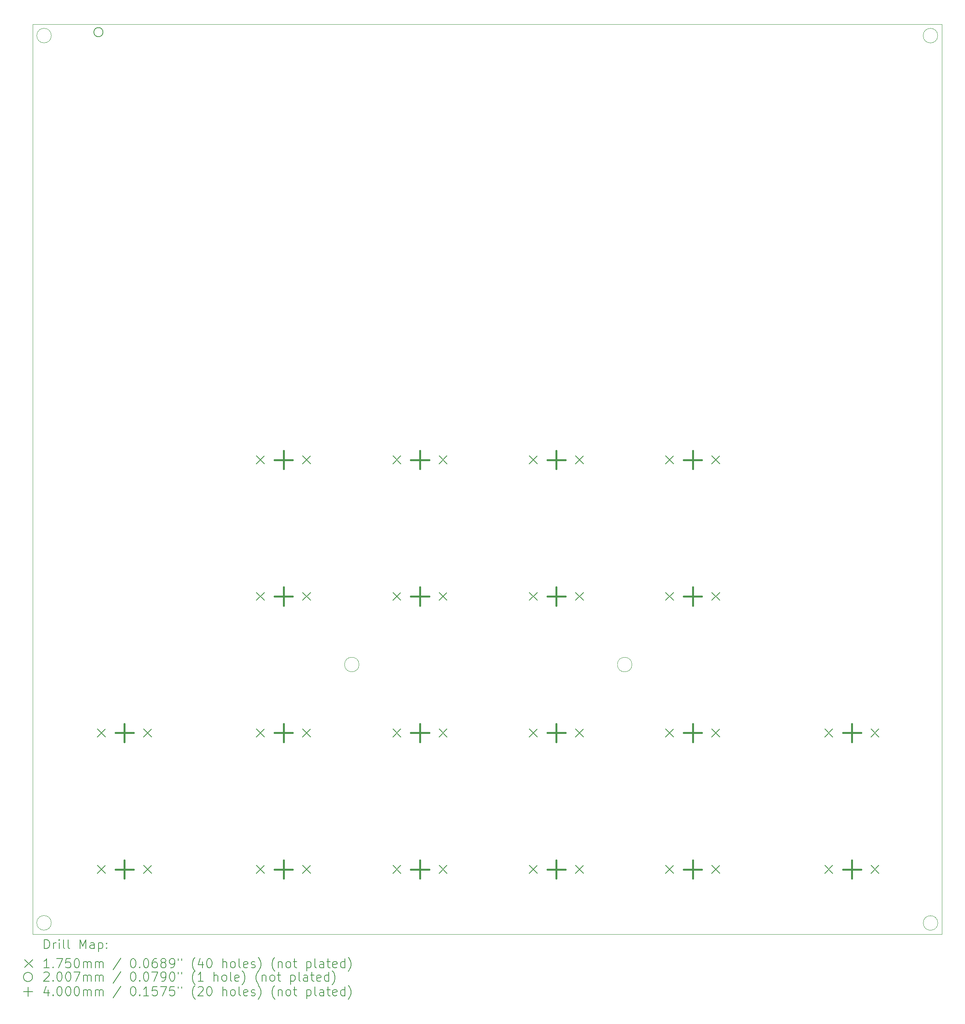
<source format=gbr>
%TF.GenerationSoftware,KiCad,Pcbnew,8.0.4*%
%TF.CreationDate,2024-10-08T15:05:42-04:00*%
%TF.ProjectId,FULL BOARD,46554c4c-2042-44f4-9152-442e6b696361,rev?*%
%TF.SameCoordinates,Original*%
%TF.FileFunction,Drillmap*%
%TF.FilePolarity,Positive*%
%FSLAX45Y45*%
G04 Gerber Fmt 4.5, Leading zero omitted, Abs format (unit mm)*
G04 Created by KiCad (PCBNEW 8.0.4) date 2024-10-08 15:05:42*
%MOMM*%
%LPD*%
G01*
G04 APERTURE LIST*
%ADD10C,0.050000*%
%ADD11C,0.200000*%
%ADD12C,0.175000*%
%ADD13C,0.200660*%
%ADD14C,0.400000*%
G04 APERTURE END LIST*
D10*
X7266160Y-4625140D02*
G75*
G02*
X6946160Y-4625140I-160000J0D01*
G01*
X6946160Y-4625140D02*
G75*
G02*
X7266160Y-4625140I160000J0D01*
G01*
X26763160Y-4626140D02*
G75*
G02*
X26443160Y-4626140I-160000J0D01*
G01*
X26443160Y-4626140D02*
G75*
G02*
X26763160Y-4626140I160000J0D01*
G01*
X26353160Y-4376140D02*
X26853160Y-4376140D01*
X26853160Y-4376140D02*
X26853160Y-4876140D01*
X7265160Y-24124140D02*
G75*
G02*
X6945160Y-24124140I-160000J0D01*
G01*
X6945160Y-24124140D02*
G75*
G02*
X7265160Y-24124140I160000J0D01*
G01*
X26765160Y-24127140D02*
G75*
G02*
X26445160Y-24127140I-160000J0D01*
G01*
X26445160Y-24127140D02*
G75*
G02*
X26765160Y-24127140I160000J0D01*
G01*
X14035160Y-18447140D02*
G75*
G02*
X13715160Y-18447140I-160000J0D01*
G01*
X13715160Y-18447140D02*
G75*
G02*
X14035160Y-18447140I160000J0D01*
G01*
X20037160Y-18448140D02*
G75*
G02*
X19717160Y-18448140I-160000J0D01*
G01*
X19717160Y-18448140D02*
G75*
G02*
X20037160Y-18448140I160000J0D01*
G01*
X6855302Y-4376129D02*
X26855312Y-4376129D01*
X26855312Y-24376140D01*
X6855302Y-24376140D01*
X6855302Y-4376129D01*
D11*
D12*
X8279900Y-19861640D02*
X8454900Y-20036640D01*
X8454900Y-19861640D02*
X8279900Y-20036640D01*
X8279900Y-22861640D02*
X8454900Y-23036640D01*
X8454900Y-22861640D02*
X8279900Y-23036640D01*
X9295900Y-19861640D02*
X9470900Y-20036640D01*
X9470900Y-19861640D02*
X9295900Y-20036640D01*
X9295900Y-22861640D02*
X9470900Y-23036640D01*
X9470900Y-22861640D02*
X9295900Y-23036640D01*
X11779900Y-13861640D02*
X11954900Y-14036640D01*
X11954900Y-13861640D02*
X11779900Y-14036640D01*
X11779900Y-16861640D02*
X11954900Y-17036640D01*
X11954900Y-16861640D02*
X11779900Y-17036640D01*
X11779900Y-19861640D02*
X11954900Y-20036640D01*
X11954900Y-19861640D02*
X11779900Y-20036640D01*
X11779900Y-22861640D02*
X11954900Y-23036640D01*
X11954900Y-22861640D02*
X11779900Y-23036640D01*
X12795900Y-13861640D02*
X12970900Y-14036640D01*
X12970900Y-13861640D02*
X12795900Y-14036640D01*
X12795900Y-16861640D02*
X12970900Y-17036640D01*
X12970900Y-16861640D02*
X12795900Y-17036640D01*
X12795900Y-19861640D02*
X12970900Y-20036640D01*
X12970900Y-19861640D02*
X12795900Y-20036640D01*
X12795900Y-22861640D02*
X12970900Y-23036640D01*
X12970900Y-22861640D02*
X12795900Y-23036640D01*
X14779900Y-13861640D02*
X14954900Y-14036640D01*
X14954900Y-13861640D02*
X14779900Y-14036640D01*
X14779900Y-16861640D02*
X14954900Y-17036640D01*
X14954900Y-16861640D02*
X14779900Y-17036640D01*
X14779900Y-19861640D02*
X14954900Y-20036640D01*
X14954900Y-19861640D02*
X14779900Y-20036640D01*
X14779900Y-22861640D02*
X14954900Y-23036640D01*
X14954900Y-22861640D02*
X14779900Y-23036640D01*
X15795900Y-13861640D02*
X15970900Y-14036640D01*
X15970900Y-13861640D02*
X15795900Y-14036640D01*
X15795900Y-16861640D02*
X15970900Y-17036640D01*
X15970900Y-16861640D02*
X15795900Y-17036640D01*
X15795900Y-19861640D02*
X15970900Y-20036640D01*
X15970900Y-19861640D02*
X15795900Y-20036640D01*
X15795900Y-22861640D02*
X15970900Y-23036640D01*
X15970900Y-22861640D02*
X15795900Y-23036640D01*
X17779900Y-13861640D02*
X17954900Y-14036640D01*
X17954900Y-13861640D02*
X17779900Y-14036640D01*
X17779900Y-16861640D02*
X17954900Y-17036640D01*
X17954900Y-16861640D02*
X17779900Y-17036640D01*
X17779900Y-19861640D02*
X17954900Y-20036640D01*
X17954900Y-19861640D02*
X17779900Y-20036640D01*
X17779900Y-22861640D02*
X17954900Y-23036640D01*
X17954900Y-22861640D02*
X17779900Y-23036640D01*
X18795900Y-13861640D02*
X18970900Y-14036640D01*
X18970900Y-13861640D02*
X18795900Y-14036640D01*
X18795900Y-16861640D02*
X18970900Y-17036640D01*
X18970900Y-16861640D02*
X18795900Y-17036640D01*
X18795900Y-19861640D02*
X18970900Y-20036640D01*
X18970900Y-19861640D02*
X18795900Y-20036640D01*
X18795900Y-22861640D02*
X18970900Y-23036640D01*
X18970900Y-22861640D02*
X18795900Y-23036640D01*
X20779900Y-13861640D02*
X20954900Y-14036640D01*
X20954900Y-13861640D02*
X20779900Y-14036640D01*
X20779900Y-16861640D02*
X20954900Y-17036640D01*
X20954900Y-16861640D02*
X20779900Y-17036640D01*
X20779900Y-19861640D02*
X20954900Y-20036640D01*
X20954900Y-19861640D02*
X20779900Y-20036640D01*
X20779900Y-22861640D02*
X20954900Y-23036640D01*
X20954900Y-22861640D02*
X20779900Y-23036640D01*
X21795900Y-13861640D02*
X21970900Y-14036640D01*
X21970900Y-13861640D02*
X21795900Y-14036640D01*
X21795900Y-16861640D02*
X21970900Y-17036640D01*
X21970900Y-16861640D02*
X21795900Y-17036640D01*
X21795900Y-19861640D02*
X21970900Y-20036640D01*
X21970900Y-19861640D02*
X21795900Y-20036640D01*
X21795900Y-22861640D02*
X21970900Y-23036640D01*
X21970900Y-22861640D02*
X21795900Y-23036640D01*
X24279900Y-19861640D02*
X24454900Y-20036640D01*
X24454900Y-19861640D02*
X24279900Y-20036640D01*
X24279900Y-22861640D02*
X24454900Y-23036640D01*
X24454900Y-22861640D02*
X24279900Y-23036640D01*
X25295900Y-19861640D02*
X25470900Y-20036640D01*
X25470900Y-19861640D02*
X25295900Y-20036640D01*
X25295900Y-22861640D02*
X25470900Y-23036640D01*
X25470900Y-22861640D02*
X25295900Y-23036640D01*
D13*
X8402490Y-4549140D02*
G75*
G02*
X8201830Y-4549140I-100330J0D01*
G01*
X8201830Y-4549140D02*
G75*
G02*
X8402490Y-4549140I100330J0D01*
G01*
D14*
X8875400Y-19749140D02*
X8875400Y-20149140D01*
X8675400Y-19949140D02*
X9075400Y-19949140D01*
X8875400Y-22749140D02*
X8875400Y-23149140D01*
X8675400Y-22949140D02*
X9075400Y-22949140D01*
X12375400Y-13749140D02*
X12375400Y-14149140D01*
X12175400Y-13949140D02*
X12575400Y-13949140D01*
X12375400Y-16749140D02*
X12375400Y-17149140D01*
X12175400Y-16949140D02*
X12575400Y-16949140D01*
X12375400Y-19749140D02*
X12375400Y-20149140D01*
X12175400Y-19949140D02*
X12575400Y-19949140D01*
X12375400Y-22749140D02*
X12375400Y-23149140D01*
X12175400Y-22949140D02*
X12575400Y-22949140D01*
X15375400Y-13749140D02*
X15375400Y-14149140D01*
X15175400Y-13949140D02*
X15575400Y-13949140D01*
X15375400Y-16749140D02*
X15375400Y-17149140D01*
X15175400Y-16949140D02*
X15575400Y-16949140D01*
X15375400Y-19749140D02*
X15375400Y-20149140D01*
X15175400Y-19949140D02*
X15575400Y-19949140D01*
X15375400Y-22749140D02*
X15375400Y-23149140D01*
X15175400Y-22949140D02*
X15575400Y-22949140D01*
X18375400Y-13749140D02*
X18375400Y-14149140D01*
X18175400Y-13949140D02*
X18575400Y-13949140D01*
X18375400Y-16749140D02*
X18375400Y-17149140D01*
X18175400Y-16949140D02*
X18575400Y-16949140D01*
X18375400Y-19749140D02*
X18375400Y-20149140D01*
X18175400Y-19949140D02*
X18575400Y-19949140D01*
X18375400Y-22749140D02*
X18375400Y-23149140D01*
X18175400Y-22949140D02*
X18575400Y-22949140D01*
X21375400Y-13749140D02*
X21375400Y-14149140D01*
X21175400Y-13949140D02*
X21575400Y-13949140D01*
X21375400Y-16749140D02*
X21375400Y-17149140D01*
X21175400Y-16949140D02*
X21575400Y-16949140D01*
X21375400Y-19749140D02*
X21375400Y-20149140D01*
X21175400Y-19949140D02*
X21575400Y-19949140D01*
X21375400Y-22749140D02*
X21375400Y-23149140D01*
X21175400Y-22949140D02*
X21575400Y-22949140D01*
X24875400Y-19749140D02*
X24875400Y-20149140D01*
X24675400Y-19949140D02*
X25075400Y-19949140D01*
X24875400Y-22749140D02*
X24875400Y-23149140D01*
X24675400Y-22949140D02*
X25075400Y-22949140D01*
D11*
X7113578Y-24690124D02*
X7113578Y-24490124D01*
X7113578Y-24490124D02*
X7161197Y-24490124D01*
X7161197Y-24490124D02*
X7189769Y-24499648D01*
X7189769Y-24499648D02*
X7208816Y-24518695D01*
X7208816Y-24518695D02*
X7218340Y-24537743D01*
X7218340Y-24537743D02*
X7227864Y-24575838D01*
X7227864Y-24575838D02*
X7227864Y-24604410D01*
X7227864Y-24604410D02*
X7218340Y-24642505D01*
X7218340Y-24642505D02*
X7208816Y-24661552D01*
X7208816Y-24661552D02*
X7189769Y-24680600D01*
X7189769Y-24680600D02*
X7161197Y-24690124D01*
X7161197Y-24690124D02*
X7113578Y-24690124D01*
X7313578Y-24690124D02*
X7313578Y-24556791D01*
X7313578Y-24594886D02*
X7323102Y-24575838D01*
X7323102Y-24575838D02*
X7332626Y-24566314D01*
X7332626Y-24566314D02*
X7351674Y-24556791D01*
X7351674Y-24556791D02*
X7370721Y-24556791D01*
X7437388Y-24690124D02*
X7437388Y-24556791D01*
X7437388Y-24490124D02*
X7427864Y-24499648D01*
X7427864Y-24499648D02*
X7437388Y-24509172D01*
X7437388Y-24509172D02*
X7446912Y-24499648D01*
X7446912Y-24499648D02*
X7437388Y-24490124D01*
X7437388Y-24490124D02*
X7437388Y-24509172D01*
X7561197Y-24690124D02*
X7542150Y-24680600D01*
X7542150Y-24680600D02*
X7532626Y-24661552D01*
X7532626Y-24661552D02*
X7532626Y-24490124D01*
X7665959Y-24690124D02*
X7646912Y-24680600D01*
X7646912Y-24680600D02*
X7637388Y-24661552D01*
X7637388Y-24661552D02*
X7637388Y-24490124D01*
X7894531Y-24690124D02*
X7894531Y-24490124D01*
X7894531Y-24490124D02*
X7961197Y-24632981D01*
X7961197Y-24632981D02*
X8027864Y-24490124D01*
X8027864Y-24490124D02*
X8027864Y-24690124D01*
X8208816Y-24690124D02*
X8208816Y-24585362D01*
X8208816Y-24585362D02*
X8199293Y-24566314D01*
X8199293Y-24566314D02*
X8180245Y-24556791D01*
X8180245Y-24556791D02*
X8142150Y-24556791D01*
X8142150Y-24556791D02*
X8123102Y-24566314D01*
X8208816Y-24680600D02*
X8189769Y-24690124D01*
X8189769Y-24690124D02*
X8142150Y-24690124D01*
X8142150Y-24690124D02*
X8123102Y-24680600D01*
X8123102Y-24680600D02*
X8113578Y-24661552D01*
X8113578Y-24661552D02*
X8113578Y-24642505D01*
X8113578Y-24642505D02*
X8123102Y-24623457D01*
X8123102Y-24623457D02*
X8142150Y-24613933D01*
X8142150Y-24613933D02*
X8189769Y-24613933D01*
X8189769Y-24613933D02*
X8208816Y-24604410D01*
X8304055Y-24556791D02*
X8304055Y-24756791D01*
X8304055Y-24566314D02*
X8323102Y-24556791D01*
X8323102Y-24556791D02*
X8361197Y-24556791D01*
X8361197Y-24556791D02*
X8380245Y-24566314D01*
X8380245Y-24566314D02*
X8389769Y-24575838D01*
X8389769Y-24575838D02*
X8399293Y-24594886D01*
X8399293Y-24594886D02*
X8399293Y-24652029D01*
X8399293Y-24652029D02*
X8389769Y-24671076D01*
X8389769Y-24671076D02*
X8380245Y-24680600D01*
X8380245Y-24680600D02*
X8361197Y-24690124D01*
X8361197Y-24690124D02*
X8323102Y-24690124D01*
X8323102Y-24690124D02*
X8304055Y-24680600D01*
X8485007Y-24671076D02*
X8494531Y-24680600D01*
X8494531Y-24680600D02*
X8485007Y-24690124D01*
X8485007Y-24690124D02*
X8475483Y-24680600D01*
X8475483Y-24680600D02*
X8485007Y-24671076D01*
X8485007Y-24671076D02*
X8485007Y-24690124D01*
X8485007Y-24566314D02*
X8494531Y-24575838D01*
X8494531Y-24575838D02*
X8485007Y-24585362D01*
X8485007Y-24585362D02*
X8475483Y-24575838D01*
X8475483Y-24575838D02*
X8485007Y-24566314D01*
X8485007Y-24566314D02*
X8485007Y-24585362D01*
D12*
X6677802Y-24931140D02*
X6852802Y-25106140D01*
X6852802Y-24931140D02*
X6677802Y-25106140D01*
D11*
X7218340Y-25110124D02*
X7104055Y-25110124D01*
X7161197Y-25110124D02*
X7161197Y-24910124D01*
X7161197Y-24910124D02*
X7142150Y-24938695D01*
X7142150Y-24938695D02*
X7123102Y-24957743D01*
X7123102Y-24957743D02*
X7104055Y-24967267D01*
X7304055Y-25091076D02*
X7313578Y-25100600D01*
X7313578Y-25100600D02*
X7304055Y-25110124D01*
X7304055Y-25110124D02*
X7294531Y-25100600D01*
X7294531Y-25100600D02*
X7304055Y-25091076D01*
X7304055Y-25091076D02*
X7304055Y-25110124D01*
X7380245Y-24910124D02*
X7513578Y-24910124D01*
X7513578Y-24910124D02*
X7427864Y-25110124D01*
X7685007Y-24910124D02*
X7589769Y-24910124D01*
X7589769Y-24910124D02*
X7580245Y-25005362D01*
X7580245Y-25005362D02*
X7589769Y-24995838D01*
X7589769Y-24995838D02*
X7608816Y-24986314D01*
X7608816Y-24986314D02*
X7656436Y-24986314D01*
X7656436Y-24986314D02*
X7675483Y-24995838D01*
X7675483Y-24995838D02*
X7685007Y-25005362D01*
X7685007Y-25005362D02*
X7694531Y-25024410D01*
X7694531Y-25024410D02*
X7694531Y-25072029D01*
X7694531Y-25072029D02*
X7685007Y-25091076D01*
X7685007Y-25091076D02*
X7675483Y-25100600D01*
X7675483Y-25100600D02*
X7656436Y-25110124D01*
X7656436Y-25110124D02*
X7608816Y-25110124D01*
X7608816Y-25110124D02*
X7589769Y-25100600D01*
X7589769Y-25100600D02*
X7580245Y-25091076D01*
X7818340Y-24910124D02*
X7837388Y-24910124D01*
X7837388Y-24910124D02*
X7856436Y-24919648D01*
X7856436Y-24919648D02*
X7865959Y-24929172D01*
X7865959Y-24929172D02*
X7875483Y-24948219D01*
X7875483Y-24948219D02*
X7885007Y-24986314D01*
X7885007Y-24986314D02*
X7885007Y-25033933D01*
X7885007Y-25033933D02*
X7875483Y-25072029D01*
X7875483Y-25072029D02*
X7865959Y-25091076D01*
X7865959Y-25091076D02*
X7856436Y-25100600D01*
X7856436Y-25100600D02*
X7837388Y-25110124D01*
X7837388Y-25110124D02*
X7818340Y-25110124D01*
X7818340Y-25110124D02*
X7799293Y-25100600D01*
X7799293Y-25100600D02*
X7789769Y-25091076D01*
X7789769Y-25091076D02*
X7780245Y-25072029D01*
X7780245Y-25072029D02*
X7770721Y-25033933D01*
X7770721Y-25033933D02*
X7770721Y-24986314D01*
X7770721Y-24986314D02*
X7780245Y-24948219D01*
X7780245Y-24948219D02*
X7789769Y-24929172D01*
X7789769Y-24929172D02*
X7799293Y-24919648D01*
X7799293Y-24919648D02*
X7818340Y-24910124D01*
X7970721Y-25110124D02*
X7970721Y-24976791D01*
X7970721Y-24995838D02*
X7980245Y-24986314D01*
X7980245Y-24986314D02*
X7999293Y-24976791D01*
X7999293Y-24976791D02*
X8027864Y-24976791D01*
X8027864Y-24976791D02*
X8046912Y-24986314D01*
X8046912Y-24986314D02*
X8056436Y-25005362D01*
X8056436Y-25005362D02*
X8056436Y-25110124D01*
X8056436Y-25005362D02*
X8065959Y-24986314D01*
X8065959Y-24986314D02*
X8085007Y-24976791D01*
X8085007Y-24976791D02*
X8113578Y-24976791D01*
X8113578Y-24976791D02*
X8132626Y-24986314D01*
X8132626Y-24986314D02*
X8142150Y-25005362D01*
X8142150Y-25005362D02*
X8142150Y-25110124D01*
X8237388Y-25110124D02*
X8237388Y-24976791D01*
X8237388Y-24995838D02*
X8246912Y-24986314D01*
X8246912Y-24986314D02*
X8265959Y-24976791D01*
X8265959Y-24976791D02*
X8294531Y-24976791D01*
X8294531Y-24976791D02*
X8313578Y-24986314D01*
X8313578Y-24986314D02*
X8323102Y-25005362D01*
X8323102Y-25005362D02*
X8323102Y-25110124D01*
X8323102Y-25005362D02*
X8332626Y-24986314D01*
X8332626Y-24986314D02*
X8351674Y-24976791D01*
X8351674Y-24976791D02*
X8380245Y-24976791D01*
X8380245Y-24976791D02*
X8399293Y-24986314D01*
X8399293Y-24986314D02*
X8408817Y-25005362D01*
X8408817Y-25005362D02*
X8408817Y-25110124D01*
X8799293Y-24900600D02*
X8627864Y-25157743D01*
X9056436Y-24910124D02*
X9075483Y-24910124D01*
X9075483Y-24910124D02*
X9094531Y-24919648D01*
X9094531Y-24919648D02*
X9104055Y-24929172D01*
X9104055Y-24929172D02*
X9113579Y-24948219D01*
X9113579Y-24948219D02*
X9123102Y-24986314D01*
X9123102Y-24986314D02*
X9123102Y-25033933D01*
X9123102Y-25033933D02*
X9113579Y-25072029D01*
X9113579Y-25072029D02*
X9104055Y-25091076D01*
X9104055Y-25091076D02*
X9094531Y-25100600D01*
X9094531Y-25100600D02*
X9075483Y-25110124D01*
X9075483Y-25110124D02*
X9056436Y-25110124D01*
X9056436Y-25110124D02*
X9037388Y-25100600D01*
X9037388Y-25100600D02*
X9027864Y-25091076D01*
X9027864Y-25091076D02*
X9018341Y-25072029D01*
X9018341Y-25072029D02*
X9008817Y-25033933D01*
X9008817Y-25033933D02*
X9008817Y-24986314D01*
X9008817Y-24986314D02*
X9018341Y-24948219D01*
X9018341Y-24948219D02*
X9027864Y-24929172D01*
X9027864Y-24929172D02*
X9037388Y-24919648D01*
X9037388Y-24919648D02*
X9056436Y-24910124D01*
X9208817Y-25091076D02*
X9218341Y-25100600D01*
X9218341Y-25100600D02*
X9208817Y-25110124D01*
X9208817Y-25110124D02*
X9199293Y-25100600D01*
X9199293Y-25100600D02*
X9208817Y-25091076D01*
X9208817Y-25091076D02*
X9208817Y-25110124D01*
X9342150Y-24910124D02*
X9361198Y-24910124D01*
X9361198Y-24910124D02*
X9380245Y-24919648D01*
X9380245Y-24919648D02*
X9389769Y-24929172D01*
X9389769Y-24929172D02*
X9399293Y-24948219D01*
X9399293Y-24948219D02*
X9408817Y-24986314D01*
X9408817Y-24986314D02*
X9408817Y-25033933D01*
X9408817Y-25033933D02*
X9399293Y-25072029D01*
X9399293Y-25072029D02*
X9389769Y-25091076D01*
X9389769Y-25091076D02*
X9380245Y-25100600D01*
X9380245Y-25100600D02*
X9361198Y-25110124D01*
X9361198Y-25110124D02*
X9342150Y-25110124D01*
X9342150Y-25110124D02*
X9323102Y-25100600D01*
X9323102Y-25100600D02*
X9313579Y-25091076D01*
X9313579Y-25091076D02*
X9304055Y-25072029D01*
X9304055Y-25072029D02*
X9294531Y-25033933D01*
X9294531Y-25033933D02*
X9294531Y-24986314D01*
X9294531Y-24986314D02*
X9304055Y-24948219D01*
X9304055Y-24948219D02*
X9313579Y-24929172D01*
X9313579Y-24929172D02*
X9323102Y-24919648D01*
X9323102Y-24919648D02*
X9342150Y-24910124D01*
X9580245Y-24910124D02*
X9542150Y-24910124D01*
X9542150Y-24910124D02*
X9523102Y-24919648D01*
X9523102Y-24919648D02*
X9513579Y-24929172D01*
X9513579Y-24929172D02*
X9494531Y-24957743D01*
X9494531Y-24957743D02*
X9485007Y-24995838D01*
X9485007Y-24995838D02*
X9485007Y-25072029D01*
X9485007Y-25072029D02*
X9494531Y-25091076D01*
X9494531Y-25091076D02*
X9504055Y-25100600D01*
X9504055Y-25100600D02*
X9523102Y-25110124D01*
X9523102Y-25110124D02*
X9561198Y-25110124D01*
X9561198Y-25110124D02*
X9580245Y-25100600D01*
X9580245Y-25100600D02*
X9589769Y-25091076D01*
X9589769Y-25091076D02*
X9599293Y-25072029D01*
X9599293Y-25072029D02*
X9599293Y-25024410D01*
X9599293Y-25024410D02*
X9589769Y-25005362D01*
X9589769Y-25005362D02*
X9580245Y-24995838D01*
X9580245Y-24995838D02*
X9561198Y-24986314D01*
X9561198Y-24986314D02*
X9523102Y-24986314D01*
X9523102Y-24986314D02*
X9504055Y-24995838D01*
X9504055Y-24995838D02*
X9494531Y-25005362D01*
X9494531Y-25005362D02*
X9485007Y-25024410D01*
X9713579Y-24995838D02*
X9694531Y-24986314D01*
X9694531Y-24986314D02*
X9685007Y-24976791D01*
X9685007Y-24976791D02*
X9675483Y-24957743D01*
X9675483Y-24957743D02*
X9675483Y-24948219D01*
X9675483Y-24948219D02*
X9685007Y-24929172D01*
X9685007Y-24929172D02*
X9694531Y-24919648D01*
X9694531Y-24919648D02*
X9713579Y-24910124D01*
X9713579Y-24910124D02*
X9751674Y-24910124D01*
X9751674Y-24910124D02*
X9770722Y-24919648D01*
X9770722Y-24919648D02*
X9780245Y-24929172D01*
X9780245Y-24929172D02*
X9789769Y-24948219D01*
X9789769Y-24948219D02*
X9789769Y-24957743D01*
X9789769Y-24957743D02*
X9780245Y-24976791D01*
X9780245Y-24976791D02*
X9770722Y-24986314D01*
X9770722Y-24986314D02*
X9751674Y-24995838D01*
X9751674Y-24995838D02*
X9713579Y-24995838D01*
X9713579Y-24995838D02*
X9694531Y-25005362D01*
X9694531Y-25005362D02*
X9685007Y-25014886D01*
X9685007Y-25014886D02*
X9675483Y-25033933D01*
X9675483Y-25033933D02*
X9675483Y-25072029D01*
X9675483Y-25072029D02*
X9685007Y-25091076D01*
X9685007Y-25091076D02*
X9694531Y-25100600D01*
X9694531Y-25100600D02*
X9713579Y-25110124D01*
X9713579Y-25110124D02*
X9751674Y-25110124D01*
X9751674Y-25110124D02*
X9770722Y-25100600D01*
X9770722Y-25100600D02*
X9780245Y-25091076D01*
X9780245Y-25091076D02*
X9789769Y-25072029D01*
X9789769Y-25072029D02*
X9789769Y-25033933D01*
X9789769Y-25033933D02*
X9780245Y-25014886D01*
X9780245Y-25014886D02*
X9770722Y-25005362D01*
X9770722Y-25005362D02*
X9751674Y-24995838D01*
X9885007Y-25110124D02*
X9923102Y-25110124D01*
X9923102Y-25110124D02*
X9942150Y-25100600D01*
X9942150Y-25100600D02*
X9951674Y-25091076D01*
X9951674Y-25091076D02*
X9970722Y-25062505D01*
X9970722Y-25062505D02*
X9980245Y-25024410D01*
X9980245Y-25024410D02*
X9980245Y-24948219D01*
X9980245Y-24948219D02*
X9970722Y-24929172D01*
X9970722Y-24929172D02*
X9961198Y-24919648D01*
X9961198Y-24919648D02*
X9942150Y-24910124D01*
X9942150Y-24910124D02*
X9904055Y-24910124D01*
X9904055Y-24910124D02*
X9885007Y-24919648D01*
X9885007Y-24919648D02*
X9875483Y-24929172D01*
X9875483Y-24929172D02*
X9865960Y-24948219D01*
X9865960Y-24948219D02*
X9865960Y-24995838D01*
X9865960Y-24995838D02*
X9875483Y-25014886D01*
X9875483Y-25014886D02*
X9885007Y-25024410D01*
X9885007Y-25024410D02*
X9904055Y-25033933D01*
X9904055Y-25033933D02*
X9942150Y-25033933D01*
X9942150Y-25033933D02*
X9961198Y-25024410D01*
X9961198Y-25024410D02*
X9970722Y-25014886D01*
X9970722Y-25014886D02*
X9980245Y-24995838D01*
X10056436Y-24910124D02*
X10056436Y-24948219D01*
X10132626Y-24910124D02*
X10132626Y-24948219D01*
X10427865Y-25186314D02*
X10418341Y-25176791D01*
X10418341Y-25176791D02*
X10399293Y-25148219D01*
X10399293Y-25148219D02*
X10389769Y-25129172D01*
X10389769Y-25129172D02*
X10380245Y-25100600D01*
X10380245Y-25100600D02*
X10370722Y-25052981D01*
X10370722Y-25052981D02*
X10370722Y-25014886D01*
X10370722Y-25014886D02*
X10380245Y-24967267D01*
X10380245Y-24967267D02*
X10389769Y-24938695D01*
X10389769Y-24938695D02*
X10399293Y-24919648D01*
X10399293Y-24919648D02*
X10418341Y-24891076D01*
X10418341Y-24891076D02*
X10427865Y-24881552D01*
X10589769Y-24976791D02*
X10589769Y-25110124D01*
X10542150Y-24900600D02*
X10494531Y-25043457D01*
X10494531Y-25043457D02*
X10618341Y-25043457D01*
X10732626Y-24910124D02*
X10751674Y-24910124D01*
X10751674Y-24910124D02*
X10770722Y-24919648D01*
X10770722Y-24919648D02*
X10780245Y-24929172D01*
X10780245Y-24929172D02*
X10789769Y-24948219D01*
X10789769Y-24948219D02*
X10799293Y-24986314D01*
X10799293Y-24986314D02*
X10799293Y-25033933D01*
X10799293Y-25033933D02*
X10789769Y-25072029D01*
X10789769Y-25072029D02*
X10780245Y-25091076D01*
X10780245Y-25091076D02*
X10770722Y-25100600D01*
X10770722Y-25100600D02*
X10751674Y-25110124D01*
X10751674Y-25110124D02*
X10732626Y-25110124D01*
X10732626Y-25110124D02*
X10713579Y-25100600D01*
X10713579Y-25100600D02*
X10704055Y-25091076D01*
X10704055Y-25091076D02*
X10694531Y-25072029D01*
X10694531Y-25072029D02*
X10685007Y-25033933D01*
X10685007Y-25033933D02*
X10685007Y-24986314D01*
X10685007Y-24986314D02*
X10694531Y-24948219D01*
X10694531Y-24948219D02*
X10704055Y-24929172D01*
X10704055Y-24929172D02*
X10713579Y-24919648D01*
X10713579Y-24919648D02*
X10732626Y-24910124D01*
X11037388Y-25110124D02*
X11037388Y-24910124D01*
X11123103Y-25110124D02*
X11123103Y-25005362D01*
X11123103Y-25005362D02*
X11113579Y-24986314D01*
X11113579Y-24986314D02*
X11094531Y-24976791D01*
X11094531Y-24976791D02*
X11065960Y-24976791D01*
X11065960Y-24976791D02*
X11046912Y-24986314D01*
X11046912Y-24986314D02*
X11037388Y-24995838D01*
X11246912Y-25110124D02*
X11227864Y-25100600D01*
X11227864Y-25100600D02*
X11218341Y-25091076D01*
X11218341Y-25091076D02*
X11208817Y-25072029D01*
X11208817Y-25072029D02*
X11208817Y-25014886D01*
X11208817Y-25014886D02*
X11218341Y-24995838D01*
X11218341Y-24995838D02*
X11227864Y-24986314D01*
X11227864Y-24986314D02*
X11246912Y-24976791D01*
X11246912Y-24976791D02*
X11275484Y-24976791D01*
X11275484Y-24976791D02*
X11294531Y-24986314D01*
X11294531Y-24986314D02*
X11304055Y-24995838D01*
X11304055Y-24995838D02*
X11313579Y-25014886D01*
X11313579Y-25014886D02*
X11313579Y-25072029D01*
X11313579Y-25072029D02*
X11304055Y-25091076D01*
X11304055Y-25091076D02*
X11294531Y-25100600D01*
X11294531Y-25100600D02*
X11275484Y-25110124D01*
X11275484Y-25110124D02*
X11246912Y-25110124D01*
X11427864Y-25110124D02*
X11408817Y-25100600D01*
X11408817Y-25100600D02*
X11399293Y-25081552D01*
X11399293Y-25081552D02*
X11399293Y-24910124D01*
X11580245Y-25100600D02*
X11561198Y-25110124D01*
X11561198Y-25110124D02*
X11523103Y-25110124D01*
X11523103Y-25110124D02*
X11504055Y-25100600D01*
X11504055Y-25100600D02*
X11494531Y-25081552D01*
X11494531Y-25081552D02*
X11494531Y-25005362D01*
X11494531Y-25005362D02*
X11504055Y-24986314D01*
X11504055Y-24986314D02*
X11523103Y-24976791D01*
X11523103Y-24976791D02*
X11561198Y-24976791D01*
X11561198Y-24976791D02*
X11580245Y-24986314D01*
X11580245Y-24986314D02*
X11589769Y-25005362D01*
X11589769Y-25005362D02*
X11589769Y-25024410D01*
X11589769Y-25024410D02*
X11494531Y-25043457D01*
X11665960Y-25100600D02*
X11685007Y-25110124D01*
X11685007Y-25110124D02*
X11723103Y-25110124D01*
X11723103Y-25110124D02*
X11742150Y-25100600D01*
X11742150Y-25100600D02*
X11751674Y-25081552D01*
X11751674Y-25081552D02*
X11751674Y-25072029D01*
X11751674Y-25072029D02*
X11742150Y-25052981D01*
X11742150Y-25052981D02*
X11723103Y-25043457D01*
X11723103Y-25043457D02*
X11694531Y-25043457D01*
X11694531Y-25043457D02*
X11675484Y-25033933D01*
X11675484Y-25033933D02*
X11665960Y-25014886D01*
X11665960Y-25014886D02*
X11665960Y-25005362D01*
X11665960Y-25005362D02*
X11675484Y-24986314D01*
X11675484Y-24986314D02*
X11694531Y-24976791D01*
X11694531Y-24976791D02*
X11723103Y-24976791D01*
X11723103Y-24976791D02*
X11742150Y-24986314D01*
X11818341Y-25186314D02*
X11827865Y-25176791D01*
X11827865Y-25176791D02*
X11846912Y-25148219D01*
X11846912Y-25148219D02*
X11856436Y-25129172D01*
X11856436Y-25129172D02*
X11865960Y-25100600D01*
X11865960Y-25100600D02*
X11875484Y-25052981D01*
X11875484Y-25052981D02*
X11875484Y-25014886D01*
X11875484Y-25014886D02*
X11865960Y-24967267D01*
X11865960Y-24967267D02*
X11856436Y-24938695D01*
X11856436Y-24938695D02*
X11846912Y-24919648D01*
X11846912Y-24919648D02*
X11827865Y-24891076D01*
X11827865Y-24891076D02*
X11818341Y-24881552D01*
X12180246Y-25186314D02*
X12170722Y-25176791D01*
X12170722Y-25176791D02*
X12151674Y-25148219D01*
X12151674Y-25148219D02*
X12142150Y-25129172D01*
X12142150Y-25129172D02*
X12132626Y-25100600D01*
X12132626Y-25100600D02*
X12123103Y-25052981D01*
X12123103Y-25052981D02*
X12123103Y-25014886D01*
X12123103Y-25014886D02*
X12132626Y-24967267D01*
X12132626Y-24967267D02*
X12142150Y-24938695D01*
X12142150Y-24938695D02*
X12151674Y-24919648D01*
X12151674Y-24919648D02*
X12170722Y-24891076D01*
X12170722Y-24891076D02*
X12180246Y-24881552D01*
X12256436Y-24976791D02*
X12256436Y-25110124D01*
X12256436Y-24995838D02*
X12265960Y-24986314D01*
X12265960Y-24986314D02*
X12285007Y-24976791D01*
X12285007Y-24976791D02*
X12313579Y-24976791D01*
X12313579Y-24976791D02*
X12332626Y-24986314D01*
X12332626Y-24986314D02*
X12342150Y-25005362D01*
X12342150Y-25005362D02*
X12342150Y-25110124D01*
X12465960Y-25110124D02*
X12446912Y-25100600D01*
X12446912Y-25100600D02*
X12437388Y-25091076D01*
X12437388Y-25091076D02*
X12427865Y-25072029D01*
X12427865Y-25072029D02*
X12427865Y-25014886D01*
X12427865Y-25014886D02*
X12437388Y-24995838D01*
X12437388Y-24995838D02*
X12446912Y-24986314D01*
X12446912Y-24986314D02*
X12465960Y-24976791D01*
X12465960Y-24976791D02*
X12494531Y-24976791D01*
X12494531Y-24976791D02*
X12513579Y-24986314D01*
X12513579Y-24986314D02*
X12523103Y-24995838D01*
X12523103Y-24995838D02*
X12532626Y-25014886D01*
X12532626Y-25014886D02*
X12532626Y-25072029D01*
X12532626Y-25072029D02*
X12523103Y-25091076D01*
X12523103Y-25091076D02*
X12513579Y-25100600D01*
X12513579Y-25100600D02*
X12494531Y-25110124D01*
X12494531Y-25110124D02*
X12465960Y-25110124D01*
X12589769Y-24976791D02*
X12665960Y-24976791D01*
X12618341Y-24910124D02*
X12618341Y-25081552D01*
X12618341Y-25081552D02*
X12627865Y-25100600D01*
X12627865Y-25100600D02*
X12646912Y-25110124D01*
X12646912Y-25110124D02*
X12665960Y-25110124D01*
X12885007Y-24976791D02*
X12885007Y-25176791D01*
X12885007Y-24986314D02*
X12904055Y-24976791D01*
X12904055Y-24976791D02*
X12942150Y-24976791D01*
X12942150Y-24976791D02*
X12961198Y-24986314D01*
X12961198Y-24986314D02*
X12970722Y-24995838D01*
X12970722Y-24995838D02*
X12980246Y-25014886D01*
X12980246Y-25014886D02*
X12980246Y-25072029D01*
X12980246Y-25072029D02*
X12970722Y-25091076D01*
X12970722Y-25091076D02*
X12961198Y-25100600D01*
X12961198Y-25100600D02*
X12942150Y-25110124D01*
X12942150Y-25110124D02*
X12904055Y-25110124D01*
X12904055Y-25110124D02*
X12885007Y-25100600D01*
X13094531Y-25110124D02*
X13075484Y-25100600D01*
X13075484Y-25100600D02*
X13065960Y-25081552D01*
X13065960Y-25081552D02*
X13065960Y-24910124D01*
X13256436Y-25110124D02*
X13256436Y-25005362D01*
X13256436Y-25005362D02*
X13246912Y-24986314D01*
X13246912Y-24986314D02*
X13227865Y-24976791D01*
X13227865Y-24976791D02*
X13189769Y-24976791D01*
X13189769Y-24976791D02*
X13170722Y-24986314D01*
X13256436Y-25100600D02*
X13237388Y-25110124D01*
X13237388Y-25110124D02*
X13189769Y-25110124D01*
X13189769Y-25110124D02*
X13170722Y-25100600D01*
X13170722Y-25100600D02*
X13161198Y-25081552D01*
X13161198Y-25081552D02*
X13161198Y-25062505D01*
X13161198Y-25062505D02*
X13170722Y-25043457D01*
X13170722Y-25043457D02*
X13189769Y-25033933D01*
X13189769Y-25033933D02*
X13237388Y-25033933D01*
X13237388Y-25033933D02*
X13256436Y-25024410D01*
X13323103Y-24976791D02*
X13399293Y-24976791D01*
X13351674Y-24910124D02*
X13351674Y-25081552D01*
X13351674Y-25081552D02*
X13361198Y-25100600D01*
X13361198Y-25100600D02*
X13380246Y-25110124D01*
X13380246Y-25110124D02*
X13399293Y-25110124D01*
X13542150Y-25100600D02*
X13523103Y-25110124D01*
X13523103Y-25110124D02*
X13485007Y-25110124D01*
X13485007Y-25110124D02*
X13465960Y-25100600D01*
X13465960Y-25100600D02*
X13456436Y-25081552D01*
X13456436Y-25081552D02*
X13456436Y-25005362D01*
X13456436Y-25005362D02*
X13465960Y-24986314D01*
X13465960Y-24986314D02*
X13485007Y-24976791D01*
X13485007Y-24976791D02*
X13523103Y-24976791D01*
X13523103Y-24976791D02*
X13542150Y-24986314D01*
X13542150Y-24986314D02*
X13551674Y-25005362D01*
X13551674Y-25005362D02*
X13551674Y-25024410D01*
X13551674Y-25024410D02*
X13456436Y-25043457D01*
X13723103Y-25110124D02*
X13723103Y-24910124D01*
X13723103Y-25100600D02*
X13704055Y-25110124D01*
X13704055Y-25110124D02*
X13665960Y-25110124D01*
X13665960Y-25110124D02*
X13646912Y-25100600D01*
X13646912Y-25100600D02*
X13637388Y-25091076D01*
X13637388Y-25091076D02*
X13627865Y-25072029D01*
X13627865Y-25072029D02*
X13627865Y-25014886D01*
X13627865Y-25014886D02*
X13637388Y-24995838D01*
X13637388Y-24995838D02*
X13646912Y-24986314D01*
X13646912Y-24986314D02*
X13665960Y-24976791D01*
X13665960Y-24976791D02*
X13704055Y-24976791D01*
X13704055Y-24976791D02*
X13723103Y-24986314D01*
X13799293Y-25186314D02*
X13808817Y-25176791D01*
X13808817Y-25176791D02*
X13827865Y-25148219D01*
X13827865Y-25148219D02*
X13837388Y-25129172D01*
X13837388Y-25129172D02*
X13846912Y-25100600D01*
X13846912Y-25100600D02*
X13856436Y-25052981D01*
X13856436Y-25052981D02*
X13856436Y-25014886D01*
X13856436Y-25014886D02*
X13846912Y-24967267D01*
X13846912Y-24967267D02*
X13837388Y-24938695D01*
X13837388Y-24938695D02*
X13827865Y-24919648D01*
X13827865Y-24919648D02*
X13808817Y-24891076D01*
X13808817Y-24891076D02*
X13799293Y-24881552D01*
X6852802Y-25313640D02*
G75*
G02*
X6652802Y-25313640I-100000J0D01*
G01*
X6652802Y-25313640D02*
G75*
G02*
X6852802Y-25313640I100000J0D01*
G01*
X7104055Y-25224172D02*
X7113578Y-25214648D01*
X7113578Y-25214648D02*
X7132626Y-25205124D01*
X7132626Y-25205124D02*
X7180245Y-25205124D01*
X7180245Y-25205124D02*
X7199293Y-25214648D01*
X7199293Y-25214648D02*
X7208816Y-25224172D01*
X7208816Y-25224172D02*
X7218340Y-25243219D01*
X7218340Y-25243219D02*
X7218340Y-25262267D01*
X7218340Y-25262267D02*
X7208816Y-25290838D01*
X7208816Y-25290838D02*
X7094531Y-25405124D01*
X7094531Y-25405124D02*
X7218340Y-25405124D01*
X7304055Y-25386076D02*
X7313578Y-25395600D01*
X7313578Y-25395600D02*
X7304055Y-25405124D01*
X7304055Y-25405124D02*
X7294531Y-25395600D01*
X7294531Y-25395600D02*
X7304055Y-25386076D01*
X7304055Y-25386076D02*
X7304055Y-25405124D01*
X7437388Y-25205124D02*
X7456436Y-25205124D01*
X7456436Y-25205124D02*
X7475483Y-25214648D01*
X7475483Y-25214648D02*
X7485007Y-25224172D01*
X7485007Y-25224172D02*
X7494531Y-25243219D01*
X7494531Y-25243219D02*
X7504055Y-25281314D01*
X7504055Y-25281314D02*
X7504055Y-25328933D01*
X7504055Y-25328933D02*
X7494531Y-25367029D01*
X7494531Y-25367029D02*
X7485007Y-25386076D01*
X7485007Y-25386076D02*
X7475483Y-25395600D01*
X7475483Y-25395600D02*
X7456436Y-25405124D01*
X7456436Y-25405124D02*
X7437388Y-25405124D01*
X7437388Y-25405124D02*
X7418340Y-25395600D01*
X7418340Y-25395600D02*
X7408816Y-25386076D01*
X7408816Y-25386076D02*
X7399293Y-25367029D01*
X7399293Y-25367029D02*
X7389769Y-25328933D01*
X7389769Y-25328933D02*
X7389769Y-25281314D01*
X7389769Y-25281314D02*
X7399293Y-25243219D01*
X7399293Y-25243219D02*
X7408816Y-25224172D01*
X7408816Y-25224172D02*
X7418340Y-25214648D01*
X7418340Y-25214648D02*
X7437388Y-25205124D01*
X7627864Y-25205124D02*
X7646912Y-25205124D01*
X7646912Y-25205124D02*
X7665959Y-25214648D01*
X7665959Y-25214648D02*
X7675483Y-25224172D01*
X7675483Y-25224172D02*
X7685007Y-25243219D01*
X7685007Y-25243219D02*
X7694531Y-25281314D01*
X7694531Y-25281314D02*
X7694531Y-25328933D01*
X7694531Y-25328933D02*
X7685007Y-25367029D01*
X7685007Y-25367029D02*
X7675483Y-25386076D01*
X7675483Y-25386076D02*
X7665959Y-25395600D01*
X7665959Y-25395600D02*
X7646912Y-25405124D01*
X7646912Y-25405124D02*
X7627864Y-25405124D01*
X7627864Y-25405124D02*
X7608816Y-25395600D01*
X7608816Y-25395600D02*
X7599293Y-25386076D01*
X7599293Y-25386076D02*
X7589769Y-25367029D01*
X7589769Y-25367029D02*
X7580245Y-25328933D01*
X7580245Y-25328933D02*
X7580245Y-25281314D01*
X7580245Y-25281314D02*
X7589769Y-25243219D01*
X7589769Y-25243219D02*
X7599293Y-25224172D01*
X7599293Y-25224172D02*
X7608816Y-25214648D01*
X7608816Y-25214648D02*
X7627864Y-25205124D01*
X7761197Y-25205124D02*
X7894531Y-25205124D01*
X7894531Y-25205124D02*
X7808816Y-25405124D01*
X7970721Y-25405124D02*
X7970721Y-25271791D01*
X7970721Y-25290838D02*
X7980245Y-25281314D01*
X7980245Y-25281314D02*
X7999293Y-25271791D01*
X7999293Y-25271791D02*
X8027864Y-25271791D01*
X8027864Y-25271791D02*
X8046912Y-25281314D01*
X8046912Y-25281314D02*
X8056436Y-25300362D01*
X8056436Y-25300362D02*
X8056436Y-25405124D01*
X8056436Y-25300362D02*
X8065959Y-25281314D01*
X8065959Y-25281314D02*
X8085007Y-25271791D01*
X8085007Y-25271791D02*
X8113578Y-25271791D01*
X8113578Y-25271791D02*
X8132626Y-25281314D01*
X8132626Y-25281314D02*
X8142150Y-25300362D01*
X8142150Y-25300362D02*
X8142150Y-25405124D01*
X8237388Y-25405124D02*
X8237388Y-25271791D01*
X8237388Y-25290838D02*
X8246912Y-25281314D01*
X8246912Y-25281314D02*
X8265959Y-25271791D01*
X8265959Y-25271791D02*
X8294531Y-25271791D01*
X8294531Y-25271791D02*
X8313578Y-25281314D01*
X8313578Y-25281314D02*
X8323102Y-25300362D01*
X8323102Y-25300362D02*
X8323102Y-25405124D01*
X8323102Y-25300362D02*
X8332626Y-25281314D01*
X8332626Y-25281314D02*
X8351674Y-25271791D01*
X8351674Y-25271791D02*
X8380245Y-25271791D01*
X8380245Y-25271791D02*
X8399293Y-25281314D01*
X8399293Y-25281314D02*
X8408817Y-25300362D01*
X8408817Y-25300362D02*
X8408817Y-25405124D01*
X8799293Y-25195600D02*
X8627864Y-25452743D01*
X9056436Y-25205124D02*
X9075483Y-25205124D01*
X9075483Y-25205124D02*
X9094531Y-25214648D01*
X9094531Y-25214648D02*
X9104055Y-25224172D01*
X9104055Y-25224172D02*
X9113579Y-25243219D01*
X9113579Y-25243219D02*
X9123102Y-25281314D01*
X9123102Y-25281314D02*
X9123102Y-25328933D01*
X9123102Y-25328933D02*
X9113579Y-25367029D01*
X9113579Y-25367029D02*
X9104055Y-25386076D01*
X9104055Y-25386076D02*
X9094531Y-25395600D01*
X9094531Y-25395600D02*
X9075483Y-25405124D01*
X9075483Y-25405124D02*
X9056436Y-25405124D01*
X9056436Y-25405124D02*
X9037388Y-25395600D01*
X9037388Y-25395600D02*
X9027864Y-25386076D01*
X9027864Y-25386076D02*
X9018341Y-25367029D01*
X9018341Y-25367029D02*
X9008817Y-25328933D01*
X9008817Y-25328933D02*
X9008817Y-25281314D01*
X9008817Y-25281314D02*
X9018341Y-25243219D01*
X9018341Y-25243219D02*
X9027864Y-25224172D01*
X9027864Y-25224172D02*
X9037388Y-25214648D01*
X9037388Y-25214648D02*
X9056436Y-25205124D01*
X9208817Y-25386076D02*
X9218341Y-25395600D01*
X9218341Y-25395600D02*
X9208817Y-25405124D01*
X9208817Y-25405124D02*
X9199293Y-25395600D01*
X9199293Y-25395600D02*
X9208817Y-25386076D01*
X9208817Y-25386076D02*
X9208817Y-25405124D01*
X9342150Y-25205124D02*
X9361198Y-25205124D01*
X9361198Y-25205124D02*
X9380245Y-25214648D01*
X9380245Y-25214648D02*
X9389769Y-25224172D01*
X9389769Y-25224172D02*
X9399293Y-25243219D01*
X9399293Y-25243219D02*
X9408817Y-25281314D01*
X9408817Y-25281314D02*
X9408817Y-25328933D01*
X9408817Y-25328933D02*
X9399293Y-25367029D01*
X9399293Y-25367029D02*
X9389769Y-25386076D01*
X9389769Y-25386076D02*
X9380245Y-25395600D01*
X9380245Y-25395600D02*
X9361198Y-25405124D01*
X9361198Y-25405124D02*
X9342150Y-25405124D01*
X9342150Y-25405124D02*
X9323102Y-25395600D01*
X9323102Y-25395600D02*
X9313579Y-25386076D01*
X9313579Y-25386076D02*
X9304055Y-25367029D01*
X9304055Y-25367029D02*
X9294531Y-25328933D01*
X9294531Y-25328933D02*
X9294531Y-25281314D01*
X9294531Y-25281314D02*
X9304055Y-25243219D01*
X9304055Y-25243219D02*
X9313579Y-25224172D01*
X9313579Y-25224172D02*
X9323102Y-25214648D01*
X9323102Y-25214648D02*
X9342150Y-25205124D01*
X9475483Y-25205124D02*
X9608817Y-25205124D01*
X9608817Y-25205124D02*
X9523102Y-25405124D01*
X9694531Y-25405124D02*
X9732626Y-25405124D01*
X9732626Y-25405124D02*
X9751674Y-25395600D01*
X9751674Y-25395600D02*
X9761198Y-25386076D01*
X9761198Y-25386076D02*
X9780245Y-25357505D01*
X9780245Y-25357505D02*
X9789769Y-25319410D01*
X9789769Y-25319410D02*
X9789769Y-25243219D01*
X9789769Y-25243219D02*
X9780245Y-25224172D01*
X9780245Y-25224172D02*
X9770722Y-25214648D01*
X9770722Y-25214648D02*
X9751674Y-25205124D01*
X9751674Y-25205124D02*
X9713579Y-25205124D01*
X9713579Y-25205124D02*
X9694531Y-25214648D01*
X9694531Y-25214648D02*
X9685007Y-25224172D01*
X9685007Y-25224172D02*
X9675483Y-25243219D01*
X9675483Y-25243219D02*
X9675483Y-25290838D01*
X9675483Y-25290838D02*
X9685007Y-25309886D01*
X9685007Y-25309886D02*
X9694531Y-25319410D01*
X9694531Y-25319410D02*
X9713579Y-25328933D01*
X9713579Y-25328933D02*
X9751674Y-25328933D01*
X9751674Y-25328933D02*
X9770722Y-25319410D01*
X9770722Y-25319410D02*
X9780245Y-25309886D01*
X9780245Y-25309886D02*
X9789769Y-25290838D01*
X9913579Y-25205124D02*
X9932626Y-25205124D01*
X9932626Y-25205124D02*
X9951674Y-25214648D01*
X9951674Y-25214648D02*
X9961198Y-25224172D01*
X9961198Y-25224172D02*
X9970722Y-25243219D01*
X9970722Y-25243219D02*
X9980245Y-25281314D01*
X9980245Y-25281314D02*
X9980245Y-25328933D01*
X9980245Y-25328933D02*
X9970722Y-25367029D01*
X9970722Y-25367029D02*
X9961198Y-25386076D01*
X9961198Y-25386076D02*
X9951674Y-25395600D01*
X9951674Y-25395600D02*
X9932626Y-25405124D01*
X9932626Y-25405124D02*
X9913579Y-25405124D01*
X9913579Y-25405124D02*
X9894531Y-25395600D01*
X9894531Y-25395600D02*
X9885007Y-25386076D01*
X9885007Y-25386076D02*
X9875483Y-25367029D01*
X9875483Y-25367029D02*
X9865960Y-25328933D01*
X9865960Y-25328933D02*
X9865960Y-25281314D01*
X9865960Y-25281314D02*
X9875483Y-25243219D01*
X9875483Y-25243219D02*
X9885007Y-25224172D01*
X9885007Y-25224172D02*
X9894531Y-25214648D01*
X9894531Y-25214648D02*
X9913579Y-25205124D01*
X10056436Y-25205124D02*
X10056436Y-25243219D01*
X10132626Y-25205124D02*
X10132626Y-25243219D01*
X10427865Y-25481314D02*
X10418341Y-25471791D01*
X10418341Y-25471791D02*
X10399293Y-25443219D01*
X10399293Y-25443219D02*
X10389769Y-25424172D01*
X10389769Y-25424172D02*
X10380245Y-25395600D01*
X10380245Y-25395600D02*
X10370722Y-25347981D01*
X10370722Y-25347981D02*
X10370722Y-25309886D01*
X10370722Y-25309886D02*
X10380245Y-25262267D01*
X10380245Y-25262267D02*
X10389769Y-25233695D01*
X10389769Y-25233695D02*
X10399293Y-25214648D01*
X10399293Y-25214648D02*
X10418341Y-25186076D01*
X10418341Y-25186076D02*
X10427865Y-25176552D01*
X10608817Y-25405124D02*
X10494531Y-25405124D01*
X10551674Y-25405124D02*
X10551674Y-25205124D01*
X10551674Y-25205124D02*
X10532626Y-25233695D01*
X10532626Y-25233695D02*
X10513579Y-25252743D01*
X10513579Y-25252743D02*
X10494531Y-25262267D01*
X10846912Y-25405124D02*
X10846912Y-25205124D01*
X10932626Y-25405124D02*
X10932626Y-25300362D01*
X10932626Y-25300362D02*
X10923103Y-25281314D01*
X10923103Y-25281314D02*
X10904055Y-25271791D01*
X10904055Y-25271791D02*
X10875484Y-25271791D01*
X10875484Y-25271791D02*
X10856436Y-25281314D01*
X10856436Y-25281314D02*
X10846912Y-25290838D01*
X11056436Y-25405124D02*
X11037388Y-25395600D01*
X11037388Y-25395600D02*
X11027865Y-25386076D01*
X11027865Y-25386076D02*
X11018341Y-25367029D01*
X11018341Y-25367029D02*
X11018341Y-25309886D01*
X11018341Y-25309886D02*
X11027865Y-25290838D01*
X11027865Y-25290838D02*
X11037388Y-25281314D01*
X11037388Y-25281314D02*
X11056436Y-25271791D01*
X11056436Y-25271791D02*
X11085007Y-25271791D01*
X11085007Y-25271791D02*
X11104055Y-25281314D01*
X11104055Y-25281314D02*
X11113579Y-25290838D01*
X11113579Y-25290838D02*
X11123103Y-25309886D01*
X11123103Y-25309886D02*
X11123103Y-25367029D01*
X11123103Y-25367029D02*
X11113579Y-25386076D01*
X11113579Y-25386076D02*
X11104055Y-25395600D01*
X11104055Y-25395600D02*
X11085007Y-25405124D01*
X11085007Y-25405124D02*
X11056436Y-25405124D01*
X11237388Y-25405124D02*
X11218341Y-25395600D01*
X11218341Y-25395600D02*
X11208817Y-25376552D01*
X11208817Y-25376552D02*
X11208817Y-25205124D01*
X11389769Y-25395600D02*
X11370722Y-25405124D01*
X11370722Y-25405124D02*
X11332626Y-25405124D01*
X11332626Y-25405124D02*
X11313579Y-25395600D01*
X11313579Y-25395600D02*
X11304055Y-25376552D01*
X11304055Y-25376552D02*
X11304055Y-25300362D01*
X11304055Y-25300362D02*
X11313579Y-25281314D01*
X11313579Y-25281314D02*
X11332626Y-25271791D01*
X11332626Y-25271791D02*
X11370722Y-25271791D01*
X11370722Y-25271791D02*
X11389769Y-25281314D01*
X11389769Y-25281314D02*
X11399293Y-25300362D01*
X11399293Y-25300362D02*
X11399293Y-25319410D01*
X11399293Y-25319410D02*
X11304055Y-25338457D01*
X11465960Y-25481314D02*
X11475484Y-25471791D01*
X11475484Y-25471791D02*
X11494531Y-25443219D01*
X11494531Y-25443219D02*
X11504055Y-25424172D01*
X11504055Y-25424172D02*
X11513579Y-25395600D01*
X11513579Y-25395600D02*
X11523103Y-25347981D01*
X11523103Y-25347981D02*
X11523103Y-25309886D01*
X11523103Y-25309886D02*
X11513579Y-25262267D01*
X11513579Y-25262267D02*
X11504055Y-25233695D01*
X11504055Y-25233695D02*
X11494531Y-25214648D01*
X11494531Y-25214648D02*
X11475484Y-25186076D01*
X11475484Y-25186076D02*
X11465960Y-25176552D01*
X11827865Y-25481314D02*
X11818341Y-25471791D01*
X11818341Y-25471791D02*
X11799293Y-25443219D01*
X11799293Y-25443219D02*
X11789769Y-25424172D01*
X11789769Y-25424172D02*
X11780245Y-25395600D01*
X11780245Y-25395600D02*
X11770722Y-25347981D01*
X11770722Y-25347981D02*
X11770722Y-25309886D01*
X11770722Y-25309886D02*
X11780245Y-25262267D01*
X11780245Y-25262267D02*
X11789769Y-25233695D01*
X11789769Y-25233695D02*
X11799293Y-25214648D01*
X11799293Y-25214648D02*
X11818341Y-25186076D01*
X11818341Y-25186076D02*
X11827865Y-25176552D01*
X11904055Y-25271791D02*
X11904055Y-25405124D01*
X11904055Y-25290838D02*
X11913579Y-25281314D01*
X11913579Y-25281314D02*
X11932626Y-25271791D01*
X11932626Y-25271791D02*
X11961198Y-25271791D01*
X11961198Y-25271791D02*
X11980245Y-25281314D01*
X11980245Y-25281314D02*
X11989769Y-25300362D01*
X11989769Y-25300362D02*
X11989769Y-25405124D01*
X12113579Y-25405124D02*
X12094531Y-25395600D01*
X12094531Y-25395600D02*
X12085007Y-25386076D01*
X12085007Y-25386076D02*
X12075484Y-25367029D01*
X12075484Y-25367029D02*
X12075484Y-25309886D01*
X12075484Y-25309886D02*
X12085007Y-25290838D01*
X12085007Y-25290838D02*
X12094531Y-25281314D01*
X12094531Y-25281314D02*
X12113579Y-25271791D01*
X12113579Y-25271791D02*
X12142150Y-25271791D01*
X12142150Y-25271791D02*
X12161198Y-25281314D01*
X12161198Y-25281314D02*
X12170722Y-25290838D01*
X12170722Y-25290838D02*
X12180245Y-25309886D01*
X12180245Y-25309886D02*
X12180245Y-25367029D01*
X12180245Y-25367029D02*
X12170722Y-25386076D01*
X12170722Y-25386076D02*
X12161198Y-25395600D01*
X12161198Y-25395600D02*
X12142150Y-25405124D01*
X12142150Y-25405124D02*
X12113579Y-25405124D01*
X12237388Y-25271791D02*
X12313579Y-25271791D01*
X12265960Y-25205124D02*
X12265960Y-25376552D01*
X12265960Y-25376552D02*
X12275484Y-25395600D01*
X12275484Y-25395600D02*
X12294531Y-25405124D01*
X12294531Y-25405124D02*
X12313579Y-25405124D01*
X12532626Y-25271791D02*
X12532626Y-25471791D01*
X12532626Y-25281314D02*
X12551674Y-25271791D01*
X12551674Y-25271791D02*
X12589769Y-25271791D01*
X12589769Y-25271791D02*
X12608817Y-25281314D01*
X12608817Y-25281314D02*
X12618341Y-25290838D01*
X12618341Y-25290838D02*
X12627865Y-25309886D01*
X12627865Y-25309886D02*
X12627865Y-25367029D01*
X12627865Y-25367029D02*
X12618341Y-25386076D01*
X12618341Y-25386076D02*
X12608817Y-25395600D01*
X12608817Y-25395600D02*
X12589769Y-25405124D01*
X12589769Y-25405124D02*
X12551674Y-25405124D01*
X12551674Y-25405124D02*
X12532626Y-25395600D01*
X12742150Y-25405124D02*
X12723103Y-25395600D01*
X12723103Y-25395600D02*
X12713579Y-25376552D01*
X12713579Y-25376552D02*
X12713579Y-25205124D01*
X12904055Y-25405124D02*
X12904055Y-25300362D01*
X12904055Y-25300362D02*
X12894531Y-25281314D01*
X12894531Y-25281314D02*
X12875484Y-25271791D01*
X12875484Y-25271791D02*
X12837388Y-25271791D01*
X12837388Y-25271791D02*
X12818341Y-25281314D01*
X12904055Y-25395600D02*
X12885007Y-25405124D01*
X12885007Y-25405124D02*
X12837388Y-25405124D01*
X12837388Y-25405124D02*
X12818341Y-25395600D01*
X12818341Y-25395600D02*
X12808817Y-25376552D01*
X12808817Y-25376552D02*
X12808817Y-25357505D01*
X12808817Y-25357505D02*
X12818341Y-25338457D01*
X12818341Y-25338457D02*
X12837388Y-25328933D01*
X12837388Y-25328933D02*
X12885007Y-25328933D01*
X12885007Y-25328933D02*
X12904055Y-25319410D01*
X12970722Y-25271791D02*
X13046912Y-25271791D01*
X12999293Y-25205124D02*
X12999293Y-25376552D01*
X12999293Y-25376552D02*
X13008817Y-25395600D01*
X13008817Y-25395600D02*
X13027865Y-25405124D01*
X13027865Y-25405124D02*
X13046912Y-25405124D01*
X13189769Y-25395600D02*
X13170722Y-25405124D01*
X13170722Y-25405124D02*
X13132626Y-25405124D01*
X13132626Y-25405124D02*
X13113579Y-25395600D01*
X13113579Y-25395600D02*
X13104055Y-25376552D01*
X13104055Y-25376552D02*
X13104055Y-25300362D01*
X13104055Y-25300362D02*
X13113579Y-25281314D01*
X13113579Y-25281314D02*
X13132626Y-25271791D01*
X13132626Y-25271791D02*
X13170722Y-25271791D01*
X13170722Y-25271791D02*
X13189769Y-25281314D01*
X13189769Y-25281314D02*
X13199293Y-25300362D01*
X13199293Y-25300362D02*
X13199293Y-25319410D01*
X13199293Y-25319410D02*
X13104055Y-25338457D01*
X13370722Y-25405124D02*
X13370722Y-25205124D01*
X13370722Y-25395600D02*
X13351674Y-25405124D01*
X13351674Y-25405124D02*
X13313579Y-25405124D01*
X13313579Y-25405124D02*
X13294531Y-25395600D01*
X13294531Y-25395600D02*
X13285007Y-25386076D01*
X13285007Y-25386076D02*
X13275484Y-25367029D01*
X13275484Y-25367029D02*
X13275484Y-25309886D01*
X13275484Y-25309886D02*
X13285007Y-25290838D01*
X13285007Y-25290838D02*
X13294531Y-25281314D01*
X13294531Y-25281314D02*
X13313579Y-25271791D01*
X13313579Y-25271791D02*
X13351674Y-25271791D01*
X13351674Y-25271791D02*
X13370722Y-25281314D01*
X13446912Y-25481314D02*
X13456436Y-25471791D01*
X13456436Y-25471791D02*
X13475484Y-25443219D01*
X13475484Y-25443219D02*
X13485007Y-25424172D01*
X13485007Y-25424172D02*
X13494531Y-25395600D01*
X13494531Y-25395600D02*
X13504055Y-25347981D01*
X13504055Y-25347981D02*
X13504055Y-25309886D01*
X13504055Y-25309886D02*
X13494531Y-25262267D01*
X13494531Y-25262267D02*
X13485007Y-25233695D01*
X13485007Y-25233695D02*
X13475484Y-25214648D01*
X13475484Y-25214648D02*
X13456436Y-25186076D01*
X13456436Y-25186076D02*
X13446912Y-25176552D01*
X6752802Y-25533640D02*
X6752802Y-25733640D01*
X6652802Y-25633640D02*
X6852802Y-25633640D01*
X7199293Y-25591791D02*
X7199293Y-25725124D01*
X7151674Y-25515600D02*
X7104055Y-25658457D01*
X7104055Y-25658457D02*
X7227864Y-25658457D01*
X7304055Y-25706076D02*
X7313578Y-25715600D01*
X7313578Y-25715600D02*
X7304055Y-25725124D01*
X7304055Y-25725124D02*
X7294531Y-25715600D01*
X7294531Y-25715600D02*
X7304055Y-25706076D01*
X7304055Y-25706076D02*
X7304055Y-25725124D01*
X7437388Y-25525124D02*
X7456436Y-25525124D01*
X7456436Y-25525124D02*
X7475483Y-25534648D01*
X7475483Y-25534648D02*
X7485007Y-25544172D01*
X7485007Y-25544172D02*
X7494531Y-25563219D01*
X7494531Y-25563219D02*
X7504055Y-25601314D01*
X7504055Y-25601314D02*
X7504055Y-25648933D01*
X7504055Y-25648933D02*
X7494531Y-25687029D01*
X7494531Y-25687029D02*
X7485007Y-25706076D01*
X7485007Y-25706076D02*
X7475483Y-25715600D01*
X7475483Y-25715600D02*
X7456436Y-25725124D01*
X7456436Y-25725124D02*
X7437388Y-25725124D01*
X7437388Y-25725124D02*
X7418340Y-25715600D01*
X7418340Y-25715600D02*
X7408816Y-25706076D01*
X7408816Y-25706076D02*
X7399293Y-25687029D01*
X7399293Y-25687029D02*
X7389769Y-25648933D01*
X7389769Y-25648933D02*
X7389769Y-25601314D01*
X7389769Y-25601314D02*
X7399293Y-25563219D01*
X7399293Y-25563219D02*
X7408816Y-25544172D01*
X7408816Y-25544172D02*
X7418340Y-25534648D01*
X7418340Y-25534648D02*
X7437388Y-25525124D01*
X7627864Y-25525124D02*
X7646912Y-25525124D01*
X7646912Y-25525124D02*
X7665959Y-25534648D01*
X7665959Y-25534648D02*
X7675483Y-25544172D01*
X7675483Y-25544172D02*
X7685007Y-25563219D01*
X7685007Y-25563219D02*
X7694531Y-25601314D01*
X7694531Y-25601314D02*
X7694531Y-25648933D01*
X7694531Y-25648933D02*
X7685007Y-25687029D01*
X7685007Y-25687029D02*
X7675483Y-25706076D01*
X7675483Y-25706076D02*
X7665959Y-25715600D01*
X7665959Y-25715600D02*
X7646912Y-25725124D01*
X7646912Y-25725124D02*
X7627864Y-25725124D01*
X7627864Y-25725124D02*
X7608816Y-25715600D01*
X7608816Y-25715600D02*
X7599293Y-25706076D01*
X7599293Y-25706076D02*
X7589769Y-25687029D01*
X7589769Y-25687029D02*
X7580245Y-25648933D01*
X7580245Y-25648933D02*
X7580245Y-25601314D01*
X7580245Y-25601314D02*
X7589769Y-25563219D01*
X7589769Y-25563219D02*
X7599293Y-25544172D01*
X7599293Y-25544172D02*
X7608816Y-25534648D01*
X7608816Y-25534648D02*
X7627864Y-25525124D01*
X7818340Y-25525124D02*
X7837388Y-25525124D01*
X7837388Y-25525124D02*
X7856436Y-25534648D01*
X7856436Y-25534648D02*
X7865959Y-25544172D01*
X7865959Y-25544172D02*
X7875483Y-25563219D01*
X7875483Y-25563219D02*
X7885007Y-25601314D01*
X7885007Y-25601314D02*
X7885007Y-25648933D01*
X7885007Y-25648933D02*
X7875483Y-25687029D01*
X7875483Y-25687029D02*
X7865959Y-25706076D01*
X7865959Y-25706076D02*
X7856436Y-25715600D01*
X7856436Y-25715600D02*
X7837388Y-25725124D01*
X7837388Y-25725124D02*
X7818340Y-25725124D01*
X7818340Y-25725124D02*
X7799293Y-25715600D01*
X7799293Y-25715600D02*
X7789769Y-25706076D01*
X7789769Y-25706076D02*
X7780245Y-25687029D01*
X7780245Y-25687029D02*
X7770721Y-25648933D01*
X7770721Y-25648933D02*
X7770721Y-25601314D01*
X7770721Y-25601314D02*
X7780245Y-25563219D01*
X7780245Y-25563219D02*
X7789769Y-25544172D01*
X7789769Y-25544172D02*
X7799293Y-25534648D01*
X7799293Y-25534648D02*
X7818340Y-25525124D01*
X7970721Y-25725124D02*
X7970721Y-25591791D01*
X7970721Y-25610838D02*
X7980245Y-25601314D01*
X7980245Y-25601314D02*
X7999293Y-25591791D01*
X7999293Y-25591791D02*
X8027864Y-25591791D01*
X8027864Y-25591791D02*
X8046912Y-25601314D01*
X8046912Y-25601314D02*
X8056436Y-25620362D01*
X8056436Y-25620362D02*
X8056436Y-25725124D01*
X8056436Y-25620362D02*
X8065959Y-25601314D01*
X8065959Y-25601314D02*
X8085007Y-25591791D01*
X8085007Y-25591791D02*
X8113578Y-25591791D01*
X8113578Y-25591791D02*
X8132626Y-25601314D01*
X8132626Y-25601314D02*
X8142150Y-25620362D01*
X8142150Y-25620362D02*
X8142150Y-25725124D01*
X8237388Y-25725124D02*
X8237388Y-25591791D01*
X8237388Y-25610838D02*
X8246912Y-25601314D01*
X8246912Y-25601314D02*
X8265959Y-25591791D01*
X8265959Y-25591791D02*
X8294531Y-25591791D01*
X8294531Y-25591791D02*
X8313578Y-25601314D01*
X8313578Y-25601314D02*
X8323102Y-25620362D01*
X8323102Y-25620362D02*
X8323102Y-25725124D01*
X8323102Y-25620362D02*
X8332626Y-25601314D01*
X8332626Y-25601314D02*
X8351674Y-25591791D01*
X8351674Y-25591791D02*
X8380245Y-25591791D01*
X8380245Y-25591791D02*
X8399293Y-25601314D01*
X8399293Y-25601314D02*
X8408817Y-25620362D01*
X8408817Y-25620362D02*
X8408817Y-25725124D01*
X8799293Y-25515600D02*
X8627864Y-25772743D01*
X9056436Y-25525124D02*
X9075483Y-25525124D01*
X9075483Y-25525124D02*
X9094531Y-25534648D01*
X9094531Y-25534648D02*
X9104055Y-25544172D01*
X9104055Y-25544172D02*
X9113579Y-25563219D01*
X9113579Y-25563219D02*
X9123102Y-25601314D01*
X9123102Y-25601314D02*
X9123102Y-25648933D01*
X9123102Y-25648933D02*
X9113579Y-25687029D01*
X9113579Y-25687029D02*
X9104055Y-25706076D01*
X9104055Y-25706076D02*
X9094531Y-25715600D01*
X9094531Y-25715600D02*
X9075483Y-25725124D01*
X9075483Y-25725124D02*
X9056436Y-25725124D01*
X9056436Y-25725124D02*
X9037388Y-25715600D01*
X9037388Y-25715600D02*
X9027864Y-25706076D01*
X9027864Y-25706076D02*
X9018341Y-25687029D01*
X9018341Y-25687029D02*
X9008817Y-25648933D01*
X9008817Y-25648933D02*
X9008817Y-25601314D01*
X9008817Y-25601314D02*
X9018341Y-25563219D01*
X9018341Y-25563219D02*
X9027864Y-25544172D01*
X9027864Y-25544172D02*
X9037388Y-25534648D01*
X9037388Y-25534648D02*
X9056436Y-25525124D01*
X9208817Y-25706076D02*
X9218341Y-25715600D01*
X9218341Y-25715600D02*
X9208817Y-25725124D01*
X9208817Y-25725124D02*
X9199293Y-25715600D01*
X9199293Y-25715600D02*
X9208817Y-25706076D01*
X9208817Y-25706076D02*
X9208817Y-25725124D01*
X9408817Y-25725124D02*
X9294531Y-25725124D01*
X9351674Y-25725124D02*
X9351674Y-25525124D01*
X9351674Y-25525124D02*
X9332626Y-25553695D01*
X9332626Y-25553695D02*
X9313579Y-25572743D01*
X9313579Y-25572743D02*
X9294531Y-25582267D01*
X9589769Y-25525124D02*
X9494531Y-25525124D01*
X9494531Y-25525124D02*
X9485007Y-25620362D01*
X9485007Y-25620362D02*
X9494531Y-25610838D01*
X9494531Y-25610838D02*
X9513579Y-25601314D01*
X9513579Y-25601314D02*
X9561198Y-25601314D01*
X9561198Y-25601314D02*
X9580245Y-25610838D01*
X9580245Y-25610838D02*
X9589769Y-25620362D01*
X9589769Y-25620362D02*
X9599293Y-25639410D01*
X9599293Y-25639410D02*
X9599293Y-25687029D01*
X9599293Y-25687029D02*
X9589769Y-25706076D01*
X9589769Y-25706076D02*
X9580245Y-25715600D01*
X9580245Y-25715600D02*
X9561198Y-25725124D01*
X9561198Y-25725124D02*
X9513579Y-25725124D01*
X9513579Y-25725124D02*
X9494531Y-25715600D01*
X9494531Y-25715600D02*
X9485007Y-25706076D01*
X9665960Y-25525124D02*
X9799293Y-25525124D01*
X9799293Y-25525124D02*
X9713579Y-25725124D01*
X9970722Y-25525124D02*
X9875483Y-25525124D01*
X9875483Y-25525124D02*
X9865960Y-25620362D01*
X9865960Y-25620362D02*
X9875483Y-25610838D01*
X9875483Y-25610838D02*
X9894531Y-25601314D01*
X9894531Y-25601314D02*
X9942150Y-25601314D01*
X9942150Y-25601314D02*
X9961198Y-25610838D01*
X9961198Y-25610838D02*
X9970722Y-25620362D01*
X9970722Y-25620362D02*
X9980245Y-25639410D01*
X9980245Y-25639410D02*
X9980245Y-25687029D01*
X9980245Y-25687029D02*
X9970722Y-25706076D01*
X9970722Y-25706076D02*
X9961198Y-25715600D01*
X9961198Y-25715600D02*
X9942150Y-25725124D01*
X9942150Y-25725124D02*
X9894531Y-25725124D01*
X9894531Y-25725124D02*
X9875483Y-25715600D01*
X9875483Y-25715600D02*
X9865960Y-25706076D01*
X10056436Y-25525124D02*
X10056436Y-25563219D01*
X10132626Y-25525124D02*
X10132626Y-25563219D01*
X10427865Y-25801314D02*
X10418341Y-25791791D01*
X10418341Y-25791791D02*
X10399293Y-25763219D01*
X10399293Y-25763219D02*
X10389769Y-25744172D01*
X10389769Y-25744172D02*
X10380245Y-25715600D01*
X10380245Y-25715600D02*
X10370722Y-25667981D01*
X10370722Y-25667981D02*
X10370722Y-25629886D01*
X10370722Y-25629886D02*
X10380245Y-25582267D01*
X10380245Y-25582267D02*
X10389769Y-25553695D01*
X10389769Y-25553695D02*
X10399293Y-25534648D01*
X10399293Y-25534648D02*
X10418341Y-25506076D01*
X10418341Y-25506076D02*
X10427865Y-25496552D01*
X10494531Y-25544172D02*
X10504055Y-25534648D01*
X10504055Y-25534648D02*
X10523103Y-25525124D01*
X10523103Y-25525124D02*
X10570722Y-25525124D01*
X10570722Y-25525124D02*
X10589769Y-25534648D01*
X10589769Y-25534648D02*
X10599293Y-25544172D01*
X10599293Y-25544172D02*
X10608817Y-25563219D01*
X10608817Y-25563219D02*
X10608817Y-25582267D01*
X10608817Y-25582267D02*
X10599293Y-25610838D01*
X10599293Y-25610838D02*
X10485007Y-25725124D01*
X10485007Y-25725124D02*
X10608817Y-25725124D01*
X10732626Y-25525124D02*
X10751674Y-25525124D01*
X10751674Y-25525124D02*
X10770722Y-25534648D01*
X10770722Y-25534648D02*
X10780245Y-25544172D01*
X10780245Y-25544172D02*
X10789769Y-25563219D01*
X10789769Y-25563219D02*
X10799293Y-25601314D01*
X10799293Y-25601314D02*
X10799293Y-25648933D01*
X10799293Y-25648933D02*
X10789769Y-25687029D01*
X10789769Y-25687029D02*
X10780245Y-25706076D01*
X10780245Y-25706076D02*
X10770722Y-25715600D01*
X10770722Y-25715600D02*
X10751674Y-25725124D01*
X10751674Y-25725124D02*
X10732626Y-25725124D01*
X10732626Y-25725124D02*
X10713579Y-25715600D01*
X10713579Y-25715600D02*
X10704055Y-25706076D01*
X10704055Y-25706076D02*
X10694531Y-25687029D01*
X10694531Y-25687029D02*
X10685007Y-25648933D01*
X10685007Y-25648933D02*
X10685007Y-25601314D01*
X10685007Y-25601314D02*
X10694531Y-25563219D01*
X10694531Y-25563219D02*
X10704055Y-25544172D01*
X10704055Y-25544172D02*
X10713579Y-25534648D01*
X10713579Y-25534648D02*
X10732626Y-25525124D01*
X11037388Y-25725124D02*
X11037388Y-25525124D01*
X11123103Y-25725124D02*
X11123103Y-25620362D01*
X11123103Y-25620362D02*
X11113579Y-25601314D01*
X11113579Y-25601314D02*
X11094531Y-25591791D01*
X11094531Y-25591791D02*
X11065960Y-25591791D01*
X11065960Y-25591791D02*
X11046912Y-25601314D01*
X11046912Y-25601314D02*
X11037388Y-25610838D01*
X11246912Y-25725124D02*
X11227864Y-25715600D01*
X11227864Y-25715600D02*
X11218341Y-25706076D01*
X11218341Y-25706076D02*
X11208817Y-25687029D01*
X11208817Y-25687029D02*
X11208817Y-25629886D01*
X11208817Y-25629886D02*
X11218341Y-25610838D01*
X11218341Y-25610838D02*
X11227864Y-25601314D01*
X11227864Y-25601314D02*
X11246912Y-25591791D01*
X11246912Y-25591791D02*
X11275484Y-25591791D01*
X11275484Y-25591791D02*
X11294531Y-25601314D01*
X11294531Y-25601314D02*
X11304055Y-25610838D01*
X11304055Y-25610838D02*
X11313579Y-25629886D01*
X11313579Y-25629886D02*
X11313579Y-25687029D01*
X11313579Y-25687029D02*
X11304055Y-25706076D01*
X11304055Y-25706076D02*
X11294531Y-25715600D01*
X11294531Y-25715600D02*
X11275484Y-25725124D01*
X11275484Y-25725124D02*
X11246912Y-25725124D01*
X11427864Y-25725124D02*
X11408817Y-25715600D01*
X11408817Y-25715600D02*
X11399293Y-25696552D01*
X11399293Y-25696552D02*
X11399293Y-25525124D01*
X11580245Y-25715600D02*
X11561198Y-25725124D01*
X11561198Y-25725124D02*
X11523103Y-25725124D01*
X11523103Y-25725124D02*
X11504055Y-25715600D01*
X11504055Y-25715600D02*
X11494531Y-25696552D01*
X11494531Y-25696552D02*
X11494531Y-25620362D01*
X11494531Y-25620362D02*
X11504055Y-25601314D01*
X11504055Y-25601314D02*
X11523103Y-25591791D01*
X11523103Y-25591791D02*
X11561198Y-25591791D01*
X11561198Y-25591791D02*
X11580245Y-25601314D01*
X11580245Y-25601314D02*
X11589769Y-25620362D01*
X11589769Y-25620362D02*
X11589769Y-25639410D01*
X11589769Y-25639410D02*
X11494531Y-25658457D01*
X11665960Y-25715600D02*
X11685007Y-25725124D01*
X11685007Y-25725124D02*
X11723103Y-25725124D01*
X11723103Y-25725124D02*
X11742150Y-25715600D01*
X11742150Y-25715600D02*
X11751674Y-25696552D01*
X11751674Y-25696552D02*
X11751674Y-25687029D01*
X11751674Y-25687029D02*
X11742150Y-25667981D01*
X11742150Y-25667981D02*
X11723103Y-25658457D01*
X11723103Y-25658457D02*
X11694531Y-25658457D01*
X11694531Y-25658457D02*
X11675484Y-25648933D01*
X11675484Y-25648933D02*
X11665960Y-25629886D01*
X11665960Y-25629886D02*
X11665960Y-25620362D01*
X11665960Y-25620362D02*
X11675484Y-25601314D01*
X11675484Y-25601314D02*
X11694531Y-25591791D01*
X11694531Y-25591791D02*
X11723103Y-25591791D01*
X11723103Y-25591791D02*
X11742150Y-25601314D01*
X11818341Y-25801314D02*
X11827865Y-25791791D01*
X11827865Y-25791791D02*
X11846912Y-25763219D01*
X11846912Y-25763219D02*
X11856436Y-25744172D01*
X11856436Y-25744172D02*
X11865960Y-25715600D01*
X11865960Y-25715600D02*
X11875484Y-25667981D01*
X11875484Y-25667981D02*
X11875484Y-25629886D01*
X11875484Y-25629886D02*
X11865960Y-25582267D01*
X11865960Y-25582267D02*
X11856436Y-25553695D01*
X11856436Y-25553695D02*
X11846912Y-25534648D01*
X11846912Y-25534648D02*
X11827865Y-25506076D01*
X11827865Y-25506076D02*
X11818341Y-25496552D01*
X12180246Y-25801314D02*
X12170722Y-25791791D01*
X12170722Y-25791791D02*
X12151674Y-25763219D01*
X12151674Y-25763219D02*
X12142150Y-25744172D01*
X12142150Y-25744172D02*
X12132626Y-25715600D01*
X12132626Y-25715600D02*
X12123103Y-25667981D01*
X12123103Y-25667981D02*
X12123103Y-25629886D01*
X12123103Y-25629886D02*
X12132626Y-25582267D01*
X12132626Y-25582267D02*
X12142150Y-25553695D01*
X12142150Y-25553695D02*
X12151674Y-25534648D01*
X12151674Y-25534648D02*
X12170722Y-25506076D01*
X12170722Y-25506076D02*
X12180246Y-25496552D01*
X12256436Y-25591791D02*
X12256436Y-25725124D01*
X12256436Y-25610838D02*
X12265960Y-25601314D01*
X12265960Y-25601314D02*
X12285007Y-25591791D01*
X12285007Y-25591791D02*
X12313579Y-25591791D01*
X12313579Y-25591791D02*
X12332626Y-25601314D01*
X12332626Y-25601314D02*
X12342150Y-25620362D01*
X12342150Y-25620362D02*
X12342150Y-25725124D01*
X12465960Y-25725124D02*
X12446912Y-25715600D01*
X12446912Y-25715600D02*
X12437388Y-25706076D01*
X12437388Y-25706076D02*
X12427865Y-25687029D01*
X12427865Y-25687029D02*
X12427865Y-25629886D01*
X12427865Y-25629886D02*
X12437388Y-25610838D01*
X12437388Y-25610838D02*
X12446912Y-25601314D01*
X12446912Y-25601314D02*
X12465960Y-25591791D01*
X12465960Y-25591791D02*
X12494531Y-25591791D01*
X12494531Y-25591791D02*
X12513579Y-25601314D01*
X12513579Y-25601314D02*
X12523103Y-25610838D01*
X12523103Y-25610838D02*
X12532626Y-25629886D01*
X12532626Y-25629886D02*
X12532626Y-25687029D01*
X12532626Y-25687029D02*
X12523103Y-25706076D01*
X12523103Y-25706076D02*
X12513579Y-25715600D01*
X12513579Y-25715600D02*
X12494531Y-25725124D01*
X12494531Y-25725124D02*
X12465960Y-25725124D01*
X12589769Y-25591791D02*
X12665960Y-25591791D01*
X12618341Y-25525124D02*
X12618341Y-25696552D01*
X12618341Y-25696552D02*
X12627865Y-25715600D01*
X12627865Y-25715600D02*
X12646912Y-25725124D01*
X12646912Y-25725124D02*
X12665960Y-25725124D01*
X12885007Y-25591791D02*
X12885007Y-25791791D01*
X12885007Y-25601314D02*
X12904055Y-25591791D01*
X12904055Y-25591791D02*
X12942150Y-25591791D01*
X12942150Y-25591791D02*
X12961198Y-25601314D01*
X12961198Y-25601314D02*
X12970722Y-25610838D01*
X12970722Y-25610838D02*
X12980246Y-25629886D01*
X12980246Y-25629886D02*
X12980246Y-25687029D01*
X12980246Y-25687029D02*
X12970722Y-25706076D01*
X12970722Y-25706076D02*
X12961198Y-25715600D01*
X12961198Y-25715600D02*
X12942150Y-25725124D01*
X12942150Y-25725124D02*
X12904055Y-25725124D01*
X12904055Y-25725124D02*
X12885007Y-25715600D01*
X13094531Y-25725124D02*
X13075484Y-25715600D01*
X13075484Y-25715600D02*
X13065960Y-25696552D01*
X13065960Y-25696552D02*
X13065960Y-25525124D01*
X13256436Y-25725124D02*
X13256436Y-25620362D01*
X13256436Y-25620362D02*
X13246912Y-25601314D01*
X13246912Y-25601314D02*
X13227865Y-25591791D01*
X13227865Y-25591791D02*
X13189769Y-25591791D01*
X13189769Y-25591791D02*
X13170722Y-25601314D01*
X13256436Y-25715600D02*
X13237388Y-25725124D01*
X13237388Y-25725124D02*
X13189769Y-25725124D01*
X13189769Y-25725124D02*
X13170722Y-25715600D01*
X13170722Y-25715600D02*
X13161198Y-25696552D01*
X13161198Y-25696552D02*
X13161198Y-25677505D01*
X13161198Y-25677505D02*
X13170722Y-25658457D01*
X13170722Y-25658457D02*
X13189769Y-25648933D01*
X13189769Y-25648933D02*
X13237388Y-25648933D01*
X13237388Y-25648933D02*
X13256436Y-25639410D01*
X13323103Y-25591791D02*
X13399293Y-25591791D01*
X13351674Y-25525124D02*
X13351674Y-25696552D01*
X13351674Y-25696552D02*
X13361198Y-25715600D01*
X13361198Y-25715600D02*
X13380246Y-25725124D01*
X13380246Y-25725124D02*
X13399293Y-25725124D01*
X13542150Y-25715600D02*
X13523103Y-25725124D01*
X13523103Y-25725124D02*
X13485007Y-25725124D01*
X13485007Y-25725124D02*
X13465960Y-25715600D01*
X13465960Y-25715600D02*
X13456436Y-25696552D01*
X13456436Y-25696552D02*
X13456436Y-25620362D01*
X13456436Y-25620362D02*
X13465960Y-25601314D01*
X13465960Y-25601314D02*
X13485007Y-25591791D01*
X13485007Y-25591791D02*
X13523103Y-25591791D01*
X13523103Y-25591791D02*
X13542150Y-25601314D01*
X13542150Y-25601314D02*
X13551674Y-25620362D01*
X13551674Y-25620362D02*
X13551674Y-25639410D01*
X13551674Y-25639410D02*
X13456436Y-25658457D01*
X13723103Y-25725124D02*
X13723103Y-25525124D01*
X13723103Y-25715600D02*
X13704055Y-25725124D01*
X13704055Y-25725124D02*
X13665960Y-25725124D01*
X13665960Y-25725124D02*
X13646912Y-25715600D01*
X13646912Y-25715600D02*
X13637388Y-25706076D01*
X13637388Y-25706076D02*
X13627865Y-25687029D01*
X13627865Y-25687029D02*
X13627865Y-25629886D01*
X13627865Y-25629886D02*
X13637388Y-25610838D01*
X13637388Y-25610838D02*
X13646912Y-25601314D01*
X13646912Y-25601314D02*
X13665960Y-25591791D01*
X13665960Y-25591791D02*
X13704055Y-25591791D01*
X13704055Y-25591791D02*
X13723103Y-25601314D01*
X13799293Y-25801314D02*
X13808817Y-25791791D01*
X13808817Y-25791791D02*
X13827865Y-25763219D01*
X13827865Y-25763219D02*
X13837388Y-25744172D01*
X13837388Y-25744172D02*
X13846912Y-25715600D01*
X13846912Y-25715600D02*
X13856436Y-25667981D01*
X13856436Y-25667981D02*
X13856436Y-25629886D01*
X13856436Y-25629886D02*
X13846912Y-25582267D01*
X13846912Y-25582267D02*
X13837388Y-25553695D01*
X13837388Y-25553695D02*
X13827865Y-25534648D01*
X13827865Y-25534648D02*
X13808817Y-25506076D01*
X13808817Y-25506076D02*
X13799293Y-25496552D01*
M02*

</source>
